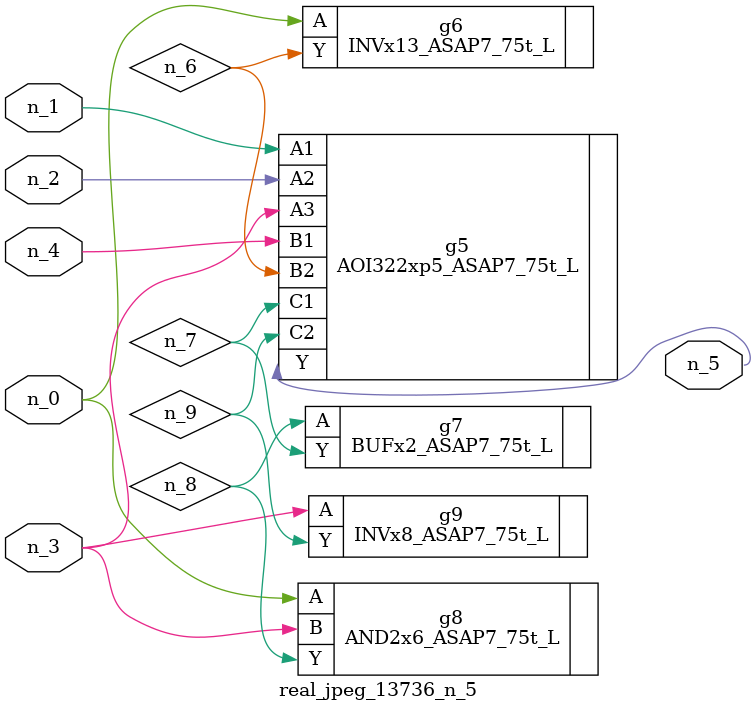
<source format=v>
module real_jpeg_13736_n_5 (n_4, n_0, n_1, n_2, n_3, n_5);

input n_4;
input n_0;
input n_1;
input n_2;
input n_3;

output n_5;

wire n_8;
wire n_6;
wire n_7;
wire n_9;

INVx13_ASAP7_75t_L g6 ( 
.A(n_0),
.Y(n_6)
);

AND2x6_ASAP7_75t_L g8 ( 
.A(n_0),
.B(n_3),
.Y(n_8)
);

AOI322xp5_ASAP7_75t_L g5 ( 
.A1(n_1),
.A2(n_2),
.A3(n_3),
.B1(n_4),
.B2(n_6),
.C1(n_7),
.C2(n_9),
.Y(n_5)
);

INVx8_ASAP7_75t_L g9 ( 
.A(n_3),
.Y(n_9)
);

BUFx2_ASAP7_75t_L g7 ( 
.A(n_8),
.Y(n_7)
);


endmodule
</source>
